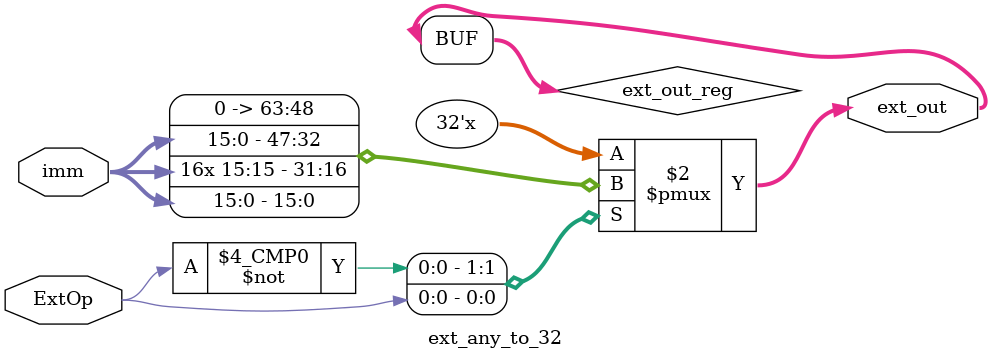
<source format=v>
/*
  EXT := Extend Unit
*/


module ext_16_to_32 (
    input [15:0] imm16,
    input ExtOp,
    output [31:0] ext_out
);

  reg [31:0] ext_out_reg;

  always @(*) begin
    case (ExtOp)
      /* default case */
      default: ext_out_reg = {32{imm16[15]}};
      /* zero extend */
      2'b00:   ext_out_reg = {16'b0, imm16};
      /* sign extend */
      2'b01:   ext_out_reg = {{16{imm16[15]}}, imm16};
    endcase
  end

  assign ext_out = ext_out_reg;

endmodule


module ext_any_to_32 #(
    parameter IMM_WIDTH = 16
) (
    input [IMM_WIDTH-1:0] imm,
    input ExtOp,
    output [31:0] ext_out
);

  reg [31:0] ext_out_reg;

  always @(*) begin
    case (ExtOp)
      /* default case */
      default: ext_out_reg = {32{imm[IMM_WIDTH-1]}};
      /* zero extend */
      2'b00:   ext_out_reg = {'b0, imm};
      /* sign extend */
      2'b01:   ext_out_reg = {{(32 - IMM_WIDTH) {imm[IMM_WIDTH-1]}}, imm};
    endcase
  end

  assign ext_out = ext_out_reg;

endmodule  //name

</source>
